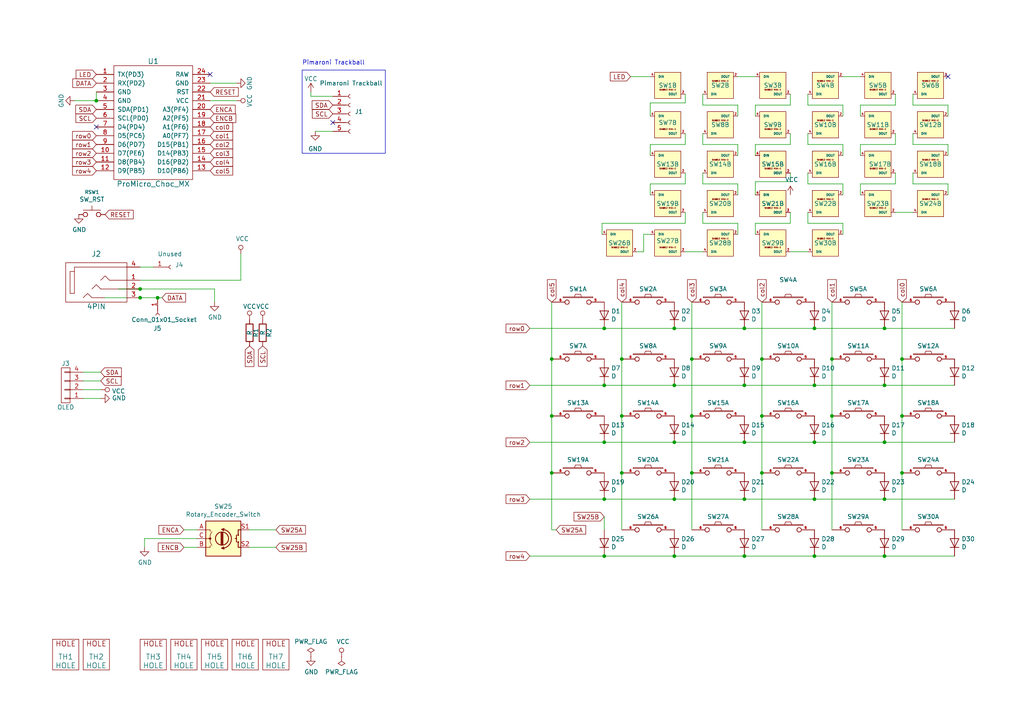
<source format=kicad_sch>
(kicad_sch (version 20230121) (generator eeschema)
  (paper "A4")
  (junction (at 195.58 161.29))
  (junction (at 180.34 120.65))
  (junction (at 220.98 120.65))
  (junction (at 45.72 86.36))
  (junction (at 256.54 111.76))
  (junction (at 160.02 137.16))
  (junction (at 241.3 104.14))
  (junction (at 215.9 144.78))
  (junction (at 236.22 128.27))
  (junction (at 40.64 83.82))
  (junction (at 160.02 104.14))
  (junction (at 195.58 128.27))
  (junction (at 261.62 104.14))
  (junction (at 195.58 111.76))
  (junction (at 195.58 95.25))
  (junction (at 241.3 120.65))
  (junction (at 256.54 128.27))
  (junction (at 236.22 161.29))
  (junction (at 175.26 95.25))
  (junction (at 256.54 161.29))
  (junction (at 256.54 95.25))
  (junction (at 215.9 128.27))
  (junction (at 175.26 128.27))
  (junction (at 261.62 120.65))
  (junction (at 40.64 86.36))
  (junction (at 215.9 111.76))
  (junction (at 200.66 120.65))
  (junction (at 220.98 104.14))
  (junction (at 215.9 95.25))
  (junction (at 175.26 144.78))
  (junction (at 180.34 104.14))
  (junction (at 180.34 137.16))
  (junction (at 241.3 137.16))
  (junction (at 195.58 144.78))
  (junction (at 175.26 161.29))
  (junction (at 215.9 161.29))
  (junction (at 236.22 144.78))
  (junction (at 236.22 111.76))
  (junction (at 220.98 137.16))
  (junction (at 261.62 137.16))
  (junction (at 175.26 111.76))
  (junction (at 256.54 144.78))
  (junction (at 200.66 137.16))
  (junction (at 27.94 29.21))
  (junction (at 236.22 95.25))
  (junction (at 160.02 120.65))
  (junction (at 200.66 104.14))
  (no_connect (at 96.52 35.56))
  (no_connect (at 27.94 36.83))
  (no_connect (at 60.96 21.59))
  (no_connect (at 274.955 22.225))
  (wire (pts (xy 244.475 56.515) (xy 244.475 53.34)))
  (wire (pts (xy 186.69 67.945) (xy 188.595 67.945)))
  (wire (pts (xy 200.66 137.16) (xy 200.66 153.67)))
  (wire (pts (xy 175.26 128.27) (xy 153.67 128.27)))
  (wire (pts (xy 256.54 144.78) (xy 276.86 144.78)))
  (wire (pts (xy 203.835 30.48) (xy 203.835 27.305)))
  (wire (pts (xy 234.315 53.34) (xy 234.315 50.165)))
  (wire (pts (xy 249.555 30.48) (xy 249.555 33.655)))
  (wire (pts (xy 213.995 45.085) (xy 213.995 41.91)))
  (wire (pts (xy 188.595 29.845) (xy 188.595 33.655)))
  (wire (pts (xy 229.235 52.705) (xy 219.075 52.705)))
  (wire (pts (xy 195.58 128.27) (xy 175.26 128.27)))
  (wire (pts (xy 244.475 41.91) (xy 234.315 41.91)))
  (wire (pts (xy 180.34 104.14) (xy 180.34 120.65)))
  (wire (pts (xy 175.26 111.76) (xy 153.67 111.76)))
  (wire (pts (xy 198.755 64.77) (xy 174.625 64.77)))
  (wire (pts (xy 175.26 144.78) (xy 153.67 144.78)))
  (wire (pts (xy 259.715 30.48) (xy 249.555 30.48)))
  (wire (pts (xy 259.715 61.595) (xy 264.795 61.595)))
  (wire (pts (xy 24.13 113.03) (xy 29.21 113.03)))
  (wire (pts (xy 219.075 41.91) (xy 219.075 45.085)))
  (wire (pts (xy 186.69 73.025) (xy 186.69 67.945)))
  (wire (pts (xy 72.39 153.67) (xy 80.01 153.67)))
  (wire (pts (xy 40.64 77.47) (xy 44.45 77.47)))
  (wire (pts (xy 174.625 64.77) (xy 174.625 67.945)))
  (wire (pts (xy 198.755 41.91) (xy 188.595 41.91)))
  (wire (pts (xy 198.755 29.845) (xy 188.595 29.845)))
  (wire (pts (xy 219.075 52.705) (xy 219.075 56.515)))
  (wire (pts (xy 244.475 67.945) (xy 244.475 64.77)))
  (wire (pts (xy 203.835 53.34) (xy 203.835 50.165)))
  (wire (pts (xy 256.54 161.29) (xy 276.86 161.29)))
  (wire (pts (xy 188.595 53.34) (xy 188.595 56.515)))
  (wire (pts (xy 200.66 104.14) (xy 200.66 120.65)))
  (wire (pts (xy 261.62 120.65) (xy 261.62 104.14)))
  (wire (pts (xy 215.9 144.78) (xy 236.22 144.78)))
  (wire (pts (xy 198.755 38.735) (xy 198.755 41.91)))
  (wire (pts (xy 57.15 156.21) (xy 41.91 156.21)))
  (wire (pts (xy 236.22 144.78) (xy 256.54 144.78)))
  (wire (pts (xy 241.3 87.63) (xy 241.3 104.14)))
  (wire (pts (xy 256.54 95.25) (xy 236.22 95.25)))
  (wire (pts (xy 200.66 87.63) (xy 200.66 104.14)))
  (wire (pts (xy 40.64 83.82) (xy 62.23 83.82)))
  (wire (pts (xy 72.39 158.75) (xy 80.01 158.75)))
  (wire (pts (xy 249.555 41.91) (xy 249.555 45.085)))
  (wire (pts (xy 229.235 41.91) (xy 219.075 41.91)))
  (wire (pts (xy 274.955 33.655) (xy 274.955 30.48)))
  (wire (pts (xy 90.17 27.94) (xy 96.52 27.94)))
  (wire (pts (xy 215.9 128.27) (xy 236.22 128.27)))
  (wire (pts (xy 195.58 95.25) (xy 175.26 95.25)))
  (wire (pts (xy 220.98 120.65) (xy 220.98 137.16)))
  (wire (pts (xy 29.21 115.57) (xy 24.13 115.57)))
  (wire (pts (xy 213.995 22.225) (xy 219.075 22.225)))
  (wire (pts (xy 229.235 27.305) (xy 229.235 30.48)))
  (wire (pts (xy 264.795 41.91) (xy 264.795 38.735)))
  (wire (pts (xy 249.555 53.34) (xy 249.555 56.515)))
  (wire (pts (xy 264.795 53.34) (xy 264.795 50.165)))
  (wire (pts (xy 241.3 137.16) (xy 241.3 153.67)))
  (wire (pts (xy 184.785 73.025) (xy 186.69 73.025)))
  (wire (pts (xy 175.26 149.86) (xy 175.26 153.67)))
  (wire (pts (xy 213.995 64.77) (xy 203.835 64.77)))
  (wire (pts (xy 195.58 95.25) (xy 215.9 95.25)))
  (wire (pts (xy 244.475 30.48) (xy 234.315 30.48)))
  (wire (pts (xy 274.955 53.34) (xy 264.795 53.34)))
  (wire (pts (xy 213.995 53.34) (xy 203.835 53.34)))
  (wire (pts (xy 219.075 30.48) (xy 219.075 33.655)))
  (wire (pts (xy 213.995 41.91) (xy 203.835 41.91)))
  (wire (pts (xy 27.94 26.67) (xy 27.94 29.21)))
  (wire (pts (xy 259.715 53.34) (xy 249.555 53.34)))
  (wire (pts (xy 264.795 30.48) (xy 264.795 27.305)))
  (wire (pts (xy 62.23 83.82) (xy 62.23 87.63)))
  (wire (pts (xy 198.755 50.165) (xy 198.755 53.34)))
  (wire (pts (xy 46.99 86.36) (xy 45.72 86.36)))
  (wire (pts (xy 200.66 120.65) (xy 200.66 137.16)))
  (wire (pts (xy 259.715 38.735) (xy 259.715 41.91)))
  (wire (pts (xy 274.955 30.48) (xy 264.795 30.48)))
  (wire (pts (xy 53.34 158.75) (xy 57.15 158.75)))
  (wire (pts (xy 60.96 29.21) (xy 68.58 29.21)))
  (wire (pts (xy 229.235 61.595) (xy 229.235 64.77)))
  (wire (pts (xy 244.475 33.655) (xy 244.475 30.48)))
  (wire (pts (xy 195.58 111.76) (xy 215.9 111.76)))
  (wire (pts (xy 175.26 161.29) (xy 195.58 161.29)))
  (wire (pts (xy 244.475 53.34) (xy 234.315 53.34)))
  (wire (pts (xy 198.755 73.025) (xy 203.835 73.025)))
  (wire (pts (xy 274.955 56.515) (xy 274.955 53.34)))
  (wire (pts (xy 256.54 111.76) (xy 276.86 111.76)))
  (wire (pts (xy 160.02 137.16) (xy 160.02 153.67)))
  (wire (pts (xy 229.235 38.735) (xy 229.235 41.91)))
  (wire (pts (xy 234.315 30.48) (xy 234.315 27.305)))
  (wire (pts (xy 24.13 110.49) (xy 29.21 110.49)))
  (wire (pts (xy 236.22 128.27) (xy 256.54 128.27)))
  (wire (pts (xy 203.835 41.91) (xy 203.835 38.735)))
  (wire (pts (xy 198.755 61.595) (xy 198.755 64.77)))
  (wire (pts (xy 236.22 111.76) (xy 256.54 111.76)))
  (wire (pts (xy 40.64 86.36) (xy 30.48 86.36)))
  (wire (pts (xy 188.595 41.91) (xy 188.595 45.085)))
  (wire (pts (xy 241.3 104.14) (xy 241.3 120.65)))
  (wire (pts (xy 220.98 137.16) (xy 220.98 153.67)))
  (wire (pts (xy 160.02 120.65) (xy 160.02 137.16)))
  (wire (pts (xy 219.075 64.77) (xy 219.075 67.945)))
  (wire (pts (xy 34.29 83.82) (xy 40.64 83.82)))
  (wire (pts (xy 213.995 33.655) (xy 213.995 30.48)))
  (wire (pts (xy 213.995 56.515) (xy 213.995 53.34)))
  (wire (pts (xy 220.98 104.14) (xy 220.98 120.65)))
  (wire (pts (xy 198.755 27.305) (xy 198.755 29.845)))
  (wire (pts (xy 220.98 87.63) (xy 220.98 104.14)))
  (wire (pts (xy 259.715 41.91) (xy 249.555 41.91)))
  (wire (pts (xy 180.34 87.63) (xy 180.34 104.14)))
  (wire (pts (xy 215.9 111.76) (xy 236.22 111.76)))
  (wire (pts (xy 213.995 30.48) (xy 203.835 30.48)))
  (wire (pts (xy 256.54 128.27) (xy 276.86 128.27)))
  (wire (pts (xy 244.475 45.085) (xy 244.475 41.91)))
  (wire (pts (xy 195.58 144.78) (xy 175.26 144.78)))
  (wire (pts (xy 69.85 73.66) (xy 69.85 81.28)))
  (wire (pts (xy 215.9 161.29) (xy 236.22 161.29)))
  (wire (pts (xy 160.02 104.14) (xy 160.02 120.65)))
  (wire (pts (xy 259.715 27.305) (xy 259.715 30.48)))
  (wire (pts (xy 180.34 137.16) (xy 180.34 153.67)))
  (wire (pts (xy 259.715 50.165) (xy 259.715 53.34)))
  (wire (pts (xy 69.85 81.28) (xy 40.64 81.28)))
  (wire (pts (xy 24.13 107.95) (xy 29.21 107.95)))
  (wire (pts (xy 236.22 161.29) (xy 256.54 161.29)))
  (wire (pts (xy 203.835 64.77) (xy 203.835 61.595)))
  (wire (pts (xy 195.58 161.29) (xy 215.9 161.29)))
  (wire (pts (xy 195.58 144.78) (xy 215.9 144.78)))
  (wire (pts (xy 91.44 38.1) (xy 96.52 38.1)))
  (wire (pts (xy 160.02 87.63) (xy 160.02 104.14)))
  (wire (pts (xy 256.54 95.25) (xy 276.86 95.25)))
  (wire (pts (xy 229.235 73.025) (xy 234.315 73.025)))
  (wire (pts (xy 195.58 128.27) (xy 215.9 128.27)))
  (wire (pts (xy 180.34 120.65) (xy 180.34 137.16)))
  (wire (pts (xy 27.94 29.21) (xy 21.59 29.21)))
  (wire (pts (xy 215.9 95.25) (xy 236.22 95.25)))
  (wire (pts (xy 241.3 137.16) (xy 241.3 120.65)))
  (wire (pts (xy 229.235 50.165) (xy 229.235 52.705)))
  (wire (pts (xy 153.67 161.29) (xy 175.26 161.29)))
  (wire (pts (xy 213.995 67.945) (xy 213.995 64.77)))
  (wire (pts (xy 60.96 24.13) (xy 68.58 24.13)))
  (wire (pts (xy 53.34 153.67) (xy 57.15 153.67)))
  (wire (pts (xy 244.475 64.77) (xy 234.315 64.77)))
  (wire (pts (xy 229.235 30.48) (xy 219.075 30.48)))
  (wire (pts (xy 41.91 156.21) (xy 41.91 158.75)))
  (wire (pts (xy 234.315 41.91) (xy 234.315 38.735)))
  (wire (pts (xy 274.955 41.91) (xy 264.795 41.91)))
  (wire (pts (xy 160.02 153.67) (xy 161.29 153.67)))
  (wire (pts (xy 261.62 104.14) (xy 261.62 87.63)))
  (wire (pts (xy 261.62 120.65) (xy 261.62 137.16)))
  (wire (pts (xy 182.88 22.225) (xy 188.595 22.225)))
  (wire (pts (xy 195.58 111.76) (xy 175.26 111.76)))
  (wire (pts (xy 40.64 86.36) (xy 45.72 86.36)))
  (wire (pts (xy 244.475 22.225) (xy 249.555 22.225)))
  (wire (pts (xy 274.955 45.085) (xy 274.955 41.91)))
  (wire (pts (xy 261.62 137.16) (xy 261.62 153.67)))
  (wire (pts (xy 234.315 64.77) (xy 234.315 61.595)))
  (wire (pts (xy 90.17 26.67) (xy 90.17 27.94)))
  (wire (pts (xy 229.235 64.77) (xy 219.075 64.77)))
  (wire (pts (xy 198.755 53.34) (xy 188.595 53.34)))
  (wire (pts (xy 175.26 95.25) (xy 153.67 95.25)))
  (rectangle (start 87.63 20.32) (end 111.76 44.45))
  (text "Pimaroni Trackball\n" (at 87.63 19.05 0) (effects (font (size 1.27 1.27)) (justify left bottom)))
  (global_label "row3" (shape input) (at 27.94 46.99 180) (property "Intersheetrefs" "${INTERSHEET_REFS}" (effects hide)))
  (global_label "row2" (shape input) (at 153.67 128.27 180) (property "Intersheetrefs" "${INTERSHEET_REFS}" (effects hide)))
  (global_label "SW25A" (shape input) (at 161.29 153.67 0) (property "Intersheetrefs" "${INTERSHEET_REFS}" (effects hide)))
  (global_label "col0" (shape input) (at 261.62 87.63 90) (property "Intersheetrefs" "${INTERSHEET_REFS}" (effects hide)))
  (global_label "DATA" (shape input) (at 46.99 86.36 0) (property "Intersheetrefs" "${INTERSHEET_REFS}" (effects hide)))
  (global_label "ENCB" (shape input) (at 60.96 34.29 0) (property "Intersheetrefs" "${INTERSHEET_REFS}" (effects hide)))
  (global_label "RESET" (shape input) (at 60.96 26.67 0) (property "Intersheetrefs" "${INTERSHEET_REFS}" (effects hide)))
  (global_label "col2" (shape input) (at 60.96 41.91 0) (property "Intersheetrefs" "${INTERSHEET_REFS}" (effects hide)))
  (global_label "LED" (shape input) (at 182.88 22.225 180) (property "Intersheetrefs" "${INTERSHEET_REFS}" (effects hide)))
  (global_label "ENCB" (shape input) (at 53.34 158.75 180) (property "Intersheetrefs" "${INTERSHEET_REFS}" (effects hide)))
  (global_label "row4" (shape input) (at 153.67 161.29 180) (property "Intersheetrefs" "${INTERSHEET_REFS}" (effects hide)))
  (global_label "row0" (shape input) (at 153.67 95.25 180) (property "Intersheetrefs" "${INTERSHEET_REFS}" (effects hide)))
  (global_label "col4" (shape input) (at 180.34 87.63 90) (property "Intersheetrefs" "${INTERSHEET_REFS}" (effects hide)))
  (global_label "SCL" (shape input) (at 96.52 33.02 180) (property "Intersheetrefs" "${INTERSHEET_REFS}" (effects hide)))
  (global_label "col2" (shape input) (at 220.98 87.63 90) (property "Intersheetrefs" "${INTERSHEET_REFS}" (effects hide)))
  (global_label "row4" (shape input) (at 27.94 49.53 180) (property "Intersheetrefs" "${INTERSHEET_REFS}" (effects hide)))
  (global_label "SDA" (shape input) (at 96.52 30.48 180) (property "Intersheetrefs" "${INTERSHEET_REFS}" (effects hide)))
  (global_label "row3" (shape input) (at 153.67 144.78 180) (property "Intersheetrefs" "${INTERSHEET_REFS}" (effects hide)))
  (global_label "SCL" (shape input) (at 76.2 100.33 270) (property "Intersheetrefs" "${INTERSHEET_REFS}" (effects hide)))
  (global_label "col5" (shape input) (at 160.02 87.63 90) (property "Intersheetrefs" "${INTERSHEET_REFS}" (effects hide)))
  (global_label "ENCA" (shape input) (at 60.96 31.75 0) (property "Intersheetrefs" "${INTERSHEET_REFS}" (effects hide)))
  (global_label "col1" (shape input) (at 60.96 39.37 0) (property "Intersheetrefs" "${INTERSHEET_REFS}" (effects hide)))
  (global_label "RESET" (shape input) (at 30.48 62.23 0) (property "Intersheetrefs" "${INTERSHEET_REFS}" (effects hide)))
  (global_label "SDA" (shape input) (at 29.21 107.95 0) (property "Intersheetrefs" "${INTERSHEET_REFS}" (effects hide)))
  (global_label "SCL" (shape input) (at 29.21 110.49 0) (property "Intersheetrefs" "${INTERSHEET_REFS}" (effects hide)))
  (global_label "col5" (shape input) (at 60.96 49.53 0) (property "Intersheetrefs" "${INTERSHEET_REFS}" (effects hide)))
  (global_label "DATA" (shape input) (at 27.94 24.13 180) (property "Intersheetrefs" "${INTERSHEET_REFS}" (effects hide)))
  (global_label "ENCA" (shape input) (at 53.34 153.67 180) (property "Intersheetrefs" "${INTERSHEET_REFS}" (effects hide)))
  (global_label "SW25B" (shape input) (at 175.26 149.86 180) (property "Intersheetrefs" "${INTERSHEET_REFS}" (effects hide)))
  (global_label "col4" (shape input) (at 60.96 46.99 0) (property "Intersheetrefs" "${INTERSHEET_REFS}" (effects hide)))
  (global_label "LED" (shape input) (at 27.94 21.59 180) (property "Intersheetrefs" "${INTERSHEET_REFS}" (effects hide)))
  (global_label "SDA" (shape input) (at 27.94 31.75 180) (property "Intersheetrefs" "${INTERSHEET_REFS}" (effects hide)))
  (global_label "col3" (shape input) (at 200.66 87.63 90) (property "Intersheetrefs" "${INTERSHEET_REFS}" (effects hide)))
  (global_label "SW25B" (shape input) (at 80.01 158.75 0) (property "Intersheetrefs" "${INTERSHEET_REFS}" (effects hide)))
  (global_label "SDA" (shape input) (at 72.39 100.33 270) (property "Intersheetrefs" "${INTERSHEET_REFS}" (effects hide)))
  (global_label "col0" (shape input) (at 60.96 36.83 0) (property "Intersheetrefs" "${INTERSHEET_REFS}" (effects hide)))
  (global_label "row2" (shape input) (at 27.94 44.45 180) (property "Intersheetrefs" "${INTERSHEET_REFS}" (effects hide)))
  (global_label "row1" (shape input) (at 153.67 111.76 180) (property "Intersheetrefs" "${INTERSHEET_REFS}" (effects hide)))
  (global_label "row0" (shape input) (at 27.94 39.37 180) (property "Intersheetrefs" "${INTERSHEET_REFS}" (effects hide)))
  (global_label "col3" (shape input) (at 60.96 44.45 0) (property "Intersheetrefs" "${INTERSHEET_REFS}" (effects hide)))
  (global_label "row1" (shape input) (at 27.94 41.91 180) (property "Intersheetrefs" "${INTERSHEET_REFS}" (effects hide)))
  (global_label "SW25A" (shape input) (at 80.01 153.67 0) (property "Intersheetrefs" "${INTERSHEET_REFS}" (effects hide)))
  (global_label "SCL" (shape input) (at 27.94 34.29 180) (property "Intersheetrefs" "${INTERSHEET_REFS}" (effects hide)))
  (global_label "col1" (shape input) (at 241.3 87.63 90) (property "Intersheetrefs" "${INTERSHEET_REFS}" (effects hide)))
  (symbol (lib_id "SofleKeyboard-rescue:ProMicro_2-Lily58-cache-Lily58_Pro-rescue") (at 44.45 35.56 0) (unit 1)
    (property "Reference" "U1" (at 44.45 17.78 0) (effects (font (size 1.524 1.524))))
    (property "Value" "ProMicro_Choc_MX" (at 44.45 53.34 0) (effects (font (size 1.524 1.524))))
    (property "Footprint" "SofleChoc:ProMicro_Choc_MX" (effects hide))
  )
  (symbol (lib_id "SofleKeyboard:SW_PUSH_LED") (at 187.96 153.67 0) (unit 1)
    (property "Reference" "SW26" (at 187.96 149.86 0))
    (property "Value" "SW_PUSH_LED" (effects hide))
    (property "Footprint" "SofleChoc:Choc_MX_Hotswap_SK6812MiniE" (effects hide))
  )
  (symbol (lib_id "SofleKeyboard:SW_PUSH_LED") (at 167.64 87.63 0) (unit 1)
    (property "Reference" "SW1" (at 167.64 83.82 0))
    (property "Value" "SW_PUSH_LED" (effects hide))
    (property "Footprint" "SofleChoc:Choc_MX_Hotswap_SK6812MiniE" (effects hide))
  )
  (symbol (lib_id "SofleKeyboard-rescue:D-Lily58-cache-Lily58_Pro-rescue") (at 175.26 91.44 90) (unit 1)
    (property "Reference" "D1" (at 177.2666 90.2716 90) (effects (justify right)))
    (property "Value" "D" (at 177.2666 92.583 90) (effects (justify right)))
    (property "Footprint" "SofleChoc:D_SOD-123_DO-35_Hybrid_DoubleSided" (effects hide))
  )
  (symbol (lib_id "SofleKeyboard:SW_PUSH_LED") (at 187.96 87.63 0) (unit 1)
    (property "Reference" "SW2" (at 187.96 83.82 0))
    (property "Value" "SW_PUSH_LED" (effects hide))
    (property "Footprint" "SofleChoc:Choc_MX_Hotswap_SK6812MiniE" (effects hide))
  )
  (symbol (lib_id "SofleKeyboard-rescue:D-Lily58-cache-Lily58_Pro-rescue") (at 195.58 91.44 90) (unit 1)
    (property "Reference" "D2" (at 197.5866 90.2716 90) (effects (justify right)))
    (property "Value" "D" (at 197.5866 92.583 90) (effects (justify right)))
    (property "Footprint" "SofleChoc:D_SOD-123_DO-35_Hybrid_DoubleSided" (effects hide))
  )
  (symbol (lib_id "SofleKeyboard:SW_PUSH_LED") (at 208.28 87.63 0) (unit 1)
    (property "Reference" "SW3" (at 208.28 83.82 0))
    (property "Value" "SW_PUSH_LED" (effects hide))
    (property "Footprint" "SofleChoc:Choc_MX_Hotswap_SK6812MiniE" (effects hide))
  )
  (symbol (lib_id "SofleKeyboard-rescue:D-Lily58-cache-Lily58_Pro-rescue") (at 215.9 91.44 90) (unit 1)
    (property "Reference" "D3" (at 217.9066 90.2716 90) (effects (justify right)))
    (property "Value" "D" (at 217.9066 92.583 90) (effects (justify right)))
    (property "Footprint" "SofleChoc:D_SOD-123_DO-35_Hybrid_DoubleSided" (effects hide))
  )
  (symbol (lib_id "SofleKeyboard:SW_PUSH_LED") (at 228.6 87.63 0) (unit 1)
    (property "Reference" "SW4" (at 228.6 81.153 0))
    (property "Value" "SW_PUSH_LED" (effects hide))
    (property "Footprint" "SofleChoc:Choc_MX_Hotswap_SK6812MiniE" (effects hide))
  )
  (symbol (lib_id "SofleKeyboard-rescue:D-Lily58-cache-Lily58_Pro-rescue") (at 236.22 91.44 90) (unit 1)
    (property "Reference" "D4" (at 238.2266 90.2716 90) (effects (justify right)))
    (property "Value" "D" (at 238.2266 92.583 90) (effects (justify right)))
    (property "Footprint" "SofleChoc:D_SOD-123_DO-35_Hybrid_DoubleSided" (effects hide))
  )
  (symbol (lib_id "SofleKeyboard:SW_PUSH_LED") (at 248.92 87.63 0) (unit 1)
    (property "Reference" "SW5" (at 248.92 83.82 0))
    (property "Value" "SW_PUSH_LED" (effects hide))
    (property "Footprint" "SofleChoc:Choc_MX_Hotswap_SK6812MiniE" (effects hide))
  )
  (symbol (lib_id "SofleKeyboard-rescue:D-Lily58-cache-Lily58_Pro-rescue") (at 256.54 91.44 90) (unit 1)
    (property "Reference" "D5" (at 258.5466 90.2716 90) (effects (justify right)))
    (property "Value" "D" (at 258.5466 92.583 90) (effects (justify right)))
    (property "Footprint" "SofleChoc:D_SOD-123_DO-35_Hybrid_DoubleSided" (effects hide))
  )
  (symbol (lib_id "SofleKeyboard:SW_PUSH_LED") (at 269.24 87.63 0) (unit 1)
    (property "Reference" "SW6" (at 269.24 83.82 0))
    (property "Value" "SW_PUSH_LED" (effects hide))
    (property "Footprint" "SofleChoc:Choc_MX_Hotswap_SK6812MiniE" (effects hide))
  )
  (symbol (lib_id "SofleKeyboard-rescue:D-Lily58-cache-Lily58_Pro-rescue") (at 276.86 91.44 90) (unit 1)
    (property "Reference" "D6" (at 278.8666 90.2716 90) (effects (justify right)))
    (property "Value" "D" (at 278.8666 92.583 90) (effects (justify right)))
    (property "Footprint" "SofleChoc:D_SOD-123_DO-35_Hybrid_DoubleSided" (effects hide))
  )
  (symbol (lib_id "SofleKeyboard:SW_PUSH_LED") (at 187.96 104.14 0) (unit 1)
    (property "Reference" "SW8" (at 187.96 100.33 0))
    (property "Value" "SW_PUSH_LED" (effects hide))
    (property "Footprint" "SofleChoc:Choc_MX_Hotswap_SK6812MiniE" (effects hide))
  )
  (symbol (lib_id "SofleKeyboard:SW_PUSH_LED") (at 208.28 104.14 0) (unit 1)
    (property "Reference" "SW9" (at 208.28 100.33 0))
    (property "Value" "SW_PUSH_LED" (effects hide))
    (property "Footprint" "SofleChoc:Choc_MX_Hotswap_SK6812MiniE" (effects hide))
  )
  (symbol (lib_id "SofleKeyboard:SW_PUSH_LED") (at 228.6 104.14 0) (unit 1)
    (property "Reference" "SW10" (at 228.6 100.33 0))
    (property "Value" "SW_PUSH_LED" (effects hide))
    (property "Footprint" "SofleChoc:Choc_MX_Hotswap_SK6812MiniE" (effects hide))
  )
  (symbol (lib_id "SofleKeyboard:SW_PUSH_LED") (at 248.92 104.14 0) (unit 1)
    (property "Reference" "SW11" (at 248.92 100.33 0))
    (property "Value" "SW_PUSH_LED" (effects hide))
    (property "Footprint" "SofleChoc:Choc_MX_Hotswap_SK6812MiniE" (effects hide))
  )
  (symbol (lib_id "SofleKeyboard:SW_PUSH_LED") (at 269.24 104.14 0) (unit 1)
    (property "Reference" "SW12" (at 269.24 100.33 0))
    (property "Value" "SW_PUSH_LED" (effects hide))
    (property "Footprint" "SofleChoc:Choc_MX_Hotswap_SK6812MiniE" (effects hide))
  )
  (symbol (lib_id "SofleKeyboard:SW_PUSH_LED") (at 167.64 104.14 0) (unit 1)
    (property "Reference" "SW7" (at 167.64 100.33 0))
    (property "Value" "SW_PUSH_LED" (effects hide))
    (property "Footprint" "SofleChoc:Choc_MX_Hotswap_SK6812MiniE" (effects hide))
  )
  (symbol (lib_id "SofleKeyboard-rescue:D-Lily58-cache-Lily58_Pro-rescue") (at 175.26 107.95 90) (unit 1)
    (property "Reference" "D7" (at 177.2666 106.7816 90) (effects (justify right)))
    (property "Value" "D" (at 177.2666 109.093 90) (effects (justify right)))
    (property "Footprint" "SofleChoc:D_SOD-123_DO-35_Hybrid_DoubleSided" (effects hide))
  )
  (symbol (lib_id "SofleKeyboard-rescue:D-Lily58-cache-Lily58_Pro-rescue") (at 195.58 107.95 90) (unit 1)
    (property "Reference" "D8" (at 197.5866 106.7816 90) (effects (justify right)))
    (property "Value" "D" (at 197.5866 109.093 90) (effects (justify right)))
    (property "Footprint" "SofleChoc:D_SOD-123_DO-35_Hybrid_DoubleSided" (effects hide))
  )
  (symbol (lib_id "SofleKeyboard-rescue:D-Lily58-cache-Lily58_Pro-rescue") (at 215.9 107.95 90) (unit 1)
    (property "Reference" "D9" (at 217.9066 106.7816 90) (effects (justify right)))
    (property "Value" "D" (at 217.9066 109.093 90) (effects (justify right)))
    (property "Footprint" "SofleChoc:D_SOD-123_DO-35_Hybrid_DoubleSided" (effects hide))
  )
  (symbol (lib_id "SofleKeyboard-rescue:D-Lily58-cache-Lily58_Pro-rescue") (at 236.22 107.95 90) (unit 1)
    (property "Reference" "D10" (at 238.2266 106.7816 90) (effects (justify right)))
    (property "Value" "D" (at 238.2266 109.093 90) (effects (justify right)))
    (property "Footprint" "SofleChoc:D_SOD-123_DO-35_Hybrid_DoubleSided" (effects hide))
  )
  (symbol (lib_id "SofleKeyboard-rescue:D-Lily58-cache-Lily58_Pro-rescue") (at 256.54 107.95 90) (unit 1)
    (property "Reference" "D11" (at 258.5466 106.7816 90) (effects (justify right)))
    (property "Value" "D" (at 258.5466 109.093 90) (effects (justify right)))
    (property "Footprint" "SofleChoc:D_SOD-123_DO-35_Hybrid_DoubleSided" (effects hide))
  )
  (symbol (lib_id "SofleKeyboard-rescue:D-Lily58-cache-Lily58_Pro-rescue") (at 276.86 107.95 90) (unit 1)
    (property "Reference" "D12" (at 278.8666 106.7816 90) (effects (justify right)))
    (property "Value" "D" (at 278.8666 109.093 90) (effects (justify right)))
    (property "Footprint" "SofleChoc:D_SOD-123_DO-35_Hybrid_DoubleSided" (effects hide))
  )
  (symbol (lib_id "SofleKeyboard:SW_PUSH_LED") (at 167.64 120.65 0) (unit 1)
    (property "Reference" "SW13" (at 167.64 116.84 0))
    (property "Value" "SW_PUSH_LED" (effects hide))
    (property "Footprint" "SofleChoc:Choc_MX_Hotswap_SK6812MiniE" (effects hide))
  )
  (symbol (lib_id "SofleKeyboard:SW_PUSH_LED") (at 187.96 120.65 0) (unit 1)
    (property "Reference" "SW14" (at 187.96 116.84 0))
    (property "Value" "SW_PUSH_LED" (effects hide))
    (property "Footprint" "SofleChoc:Choc_MX_Hotswap_SK6812MiniE" (effects hide))
  )
  (symbol (lib_id "SofleKeyboard:SW_PUSH_LED") (at 208.28 120.65 0) (unit 1)
    (property "Reference" "SW15" (at 208.28 116.84 0))
    (property "Value" "SW_PUSH_LED" (effects hide))
    (property "Footprint" "SofleChoc:Choc_MX_Hotswap_SK6812MiniE" (effects hide))
  )
  (symbol (lib_id "SofleKeyboard:SW_PUSH_LED") (at 228.6 120.65 0) (unit 1)
    (property "Reference" "SW16" (at 228.6 116.84 0))
    (property "Value" "SW_PUSH_LED" (effects hide))
    (property "Footprint" "SofleChoc:Choc_MX_Hotswap_SK6812MiniE" (effects hide))
  )
  (symbol (lib_id "SofleKeyboard:SW_PUSH_LED") (at 248.92 120.65 0) (unit 1)
    (property "Reference" "SW17" (at 248.92 116.84 0))
    (property "Value" "SW_PUSH_LED" (effects hide))
    (property "Footprint" "SofleChoc:Choc_MX_Hotswap_SK6812MiniE" (effects hide))
  )
  (symbol (lib_id "SofleKeyboard:SW_PUSH_LED") (at 269.24 120.65 0) (unit 1)
    (property "Reference" "SW18" (at 269.24 116.84 0))
    (property "Value" "SW_PUSH_LED" (effects hide))
    (property "Footprint" "SofleChoc:Choc_MX_Hotswap_SK6812MiniE" (effects hide))
  )
  (symbol (lib_id "SofleKeyboard-rescue:D-Lily58-cache-Lily58_Pro-rescue") (at 175.26 124.46 90) (unit 1)
    (property "Reference" "D13" (at 177.2666 123.2916 90) (effects (justify right)))
    (property "Value" "D" (at 177.2666 125.603 90) (effects (justify right)))
    (property "Footprint" "SofleChoc:D_SOD-123_DO-35_Hybrid_DoubleSided" (effects hide))
  )
  (symbol (lib_id "SofleKeyboard-rescue:D-Lily58-cache-Lily58_Pro-rescue") (at 195.58 124.46 90) (unit 1)
    (property "Reference" "D14" (at 197.5866 123.2916 90) (effects (justify right)))
    (property "Value" "D" (at 197.5866 125.603 90) (effects (justify right)))
    (property "Footprint" "SofleChoc:D_SOD-123_DO-35_Hybrid_DoubleSided" (effects hide))
  )
  (symbol (lib_id "SofleKeyboard-rescue:D-Lily58-cache-Lily58_Pro-rescue") (at 215.9 124.46 90) (unit 1)
    (property "Reference" "D15" (at 217.9066 123.2916 90) (effects (justify right)))
    (property "Value" "D" (at 217.9066 125.603 90) (effects (justify right)))
    (property "Footprint" "SofleChoc:D_SOD-123_DO-35_Hybrid_DoubleSided" (effects hide))
  )
  (symbol (lib_id "SofleKeyboard-rescue:D-Lily58-cache-Lily58_Pro-rescue") (at 236.22 124.46 90) (unit 1)
    (property "Reference" "D16" (at 238.2266 123.2916 90) (effects (justify right)))
    (property "Value" "D" (at 238.2266 125.603 90) (effects (justify right)))
    (property "Footprint" "SofleChoc:D_SOD-123_DO-35_Hybrid_DoubleSided" (effects hide))
  )
  (symbol (lib_id "SofleKeyboard-rescue:D-Lily58-cache-Lily58_Pro-rescue") (at 256.54 124.46 90) (unit 1)
    (property "Reference" "D17" (at 258.5466 123.2916 90) (effects (justify right)))
    (property "Value" "D" (at 258.5466 125.603 90) (effects (justify right)))
    (property "Footprint" "SofleChoc:D_SOD-123_DO-35_Hybrid_DoubleSided" (effects hide))
  )
  (symbol (lib_id "SofleKeyboard-rescue:D-Lily58-cache-Lily58_Pro-rescue") (at 276.86 124.46 90) (unit 1)
    (property "Reference" "D18" (at 278.8666 123.2916 90) (effects (justify right)))
    (property "Value" "D" (at 278.8666 125.603 90) (effects (justify right)))
    (property "Footprint" "SofleChoc:D_SOD-123_DO-35_Hybrid_DoubleSided" (effects hide))
  )
  (symbol (lib_id "SofleKeyboard:SW_PUSH_LED") (at 208.28 137.16 0) (unit 1)
    (property "Reference" "SW21" (at 208.28 133.35 0))
    (property "Value" "SW_PUSH_LED" (effects hide))
    (property "Footprint" "SofleChoc:Choc_MX_Hotswap_SK6812MiniE" (effects hide))
  )
  (symbol (lib_id "SofleKeyboard:SW_PUSH_LED") (at 228.6 137.16 0) (unit 1)
    (property "Reference" "SW22" (at 228.6 133.35 0))
    (property "Value" "SW_PUSH_LED" (effects hide))
    (property "Footprint" "SofleChoc:Choc_MX_Hotswap_SK6812MiniE" (effects hide))
  )
  (symbol (lib_id "SofleKeyboard:SW_PUSH_LED") (at 248.92 137.16 0) (unit 1)
    (property "Reference" "SW23" (at 248.92 133.35 0))
    (property "Value" "SW_PUSH_LED" (effects hide))
    (property "Footprint" "SofleChoc:Choc_MX_Hotswap_SK6812MiniE" (effects hide))
  )
  (symbol (lib_id "SofleKeyboard:SW_PUSH_LED") (at 269.24 137.16 0) (unit 1)
    (property "Reference" "SW24" (at 269.24 133.35 0))
    (property "Value" "SW_PUSH_LED" (effects hide))
    (property "Footprint" "SofleChoc:Choc_MX_Hotswap_SK6812MiniE" (effects hide))
  )
  (symbol (lib_id "SofleKeyboard:SW_PUSH_LED") (at 187.96 137.16 0) (unit 1)
    (property "Reference" "SW20" (at 187.96 133.35 0))
    (property "Value" "SW_PUSH_LED" (effects hide))
    (property "Footprint" "SofleChoc:Choc_MX_Hotswap_SK6812MiniE" (effects hide))
  )
  (symbol (lib_id "SofleKeyboard:SW_PUSH_LED") (at 167.64 137.16 0) (unit 1)
    (property "Reference" "SW19" (at 167.64 133.35 0))
    (property "Value" "SW_PUSH_LED" (effects hide))
    (property "Footprint" "SofleChoc:Choc_MX_Hotswap_SK6812MiniE" (effects hide))
  )
  (symbol (lib_id "SofleKeyboard-rescue:D-Lily58-cache-Lily58_Pro-rescue") (at 175.26 140.97 90) (unit 1)
    (property "Reference" "D19" (at 177.2666 139.8016 90) (effects (justify right)))
    (property "Value" "D" (at 177.2666 142.113 90) (effects (justify right)))
    (property "Footprint" "SofleChoc:D_SOD-123_DO-35_Hybrid_DoubleSided" (effects hide))
  )
  (symbol (lib_id "SofleKeyboard-rescue:D-Lily58-cache-Lily58_Pro-rescue") (at 195.58 140.97 90) (unit 1)
    (property "Reference" "D20" (at 197.5866 139.8016 90) (effects (justify right)))
    (property "Value" "D" (at 197.5866 142.113 90) (effects (justify right)))
    (property "Footprint" "SofleChoc:D_SOD-123_DO-35_Hybrid_DoubleSided" (effects hide))
  )
  (symbol (lib_id "SofleKeyboard-rescue:D-Lily58-cache-Lily58_Pro-rescue") (at 215.9 140.97 90) (unit 1)
    (property "Reference" "D21" (at 217.9066 139.8016 90) (effects (justify right)))
    (property "Value" "D" (at 217.9066 142.113 90) (effects (justify right)))
    (property "Footprint" "SofleChoc:D_SOD-123_DO-35_Hybrid_DoubleSided" (effects hide))
  )
  (symbol (lib_id "SofleKeyboard-rescue:D-Lily58-cache-Lily58_Pro-rescue") (at 236.22 140.97 90) (unit 1)
    (property "Reference" "D22" (at 238.2266 139.8016 90) (effects (justify right)))
    (property "Value" "D" (at 238.2266 142.113 90) (effects (justify right)))
    (property "Footprint" "SofleChoc:D_SOD-123_DO-35_Hybrid_DoubleSided" (effects hide))
  )
  (symbol (lib_id "SofleKeyboard-rescue:D-Lily58-cache-Lily58_Pro-rescue") (at 256.54 140.97 90) (unit 1)
    (property "Reference" "D23" (at 258.5466 139.8016 90) (effects (justify right)))
    (property "Value" "D" (at 258.5466 142.113 90) (effects (justify right)))
    (property "Footprint" "SofleChoc:D_SOD-123_DO-35_Hybrid_DoubleSided" (effects hide))
  )
  (symbol (lib_id "SofleKeyboard-rescue:D-Lily58-cache-Lily58_Pro-rescue") (at 276.86 140.97 90) (unit 1)
    (property "Reference" "D24" (at 278.8666 139.8016 90) (effects (justify right)))
    (property "Value" "D" (at 278.8666 142.113 90) (effects (justify right)))
    (property "Footprint" "SofleChoc:D_SOD-123_DO-35_Hybrid_DoubleSided" (effects hide))
  )
  (symbol (lib_id "SofleKeyboard:SW_PUSH_LED") (at 208.28 153.67 0) (unit 1)
    (property "Reference" "SW27" (at 208.28 149.86 0))
    (property "Value" "SW_PUSH_LED" (effects hide))
    (property "Footprint" "SofleChoc:Choc_MX_Hotswap_SK6812MiniE" (effects hide))
  )
  (symbol (lib_id "SofleKeyboard:SW_PUSH_LED") (at 228.6 153.67 0) (unit 1)
    (property "Reference" "SW28" (at 228.6 149.86 0))
    (property "Value" "SW_PUSH_LED" (effects hide))
    (property "Footprint" "SofleChoc:Choc_MX_Hotswap_SK6812MiniE" (effects hide))
  )
  (symbol (lib_id "SofleKeyboard:SW_PUSH_LED") (at 248.92 153.67 0) (unit 1)
    (property "Reference" "SW29" (at 248.92 149.86 0))
    (property "Value" "SW_PUSH_LED" (effects hide))
    (property "Footprint" "SofleChoc:Choc_MX_Hotswap_SK6812MiniE" (effects hide))
  )
  (symbol (lib_id "SofleKeyboard-rescue:D-Lily58-cache-Lily58_Pro-rescue") (at 175.26 157.48 90) (unit 1)
    (property "Reference" "D25" (at 177.2666 156.3116 90) (effects (justify right)))
    (property "Value" "D" (at 177.2666 158.623 90) (effects (justify right)))
    (property "Footprint" "SofleChoc:D_SOD-123_DO-35_Hybrid_DoubleSided" (effects hide))
  )
  (symbol (lib_id "SofleKeyboard-rescue:D-Lily58-cache-Lily58_Pro-rescue") (at 195.58 157.48 90) (unit 1)
    (property "Reference" "D26" (at 197.5866 156.3116 90) (effects (justify right)))
    (property "Value" "D" (at 197.5866 158.623 90) (effects (justify right)))
    (property "Footprint" "SofleChoc:D_SOD-123_DO-35_Hybrid_DoubleSided" (effects hide))
  )
  (symbol (lib_id "SofleKeyboard-rescue:D-Lily58-cache-Lily58_Pro-rescue") (at 215.9 157.48 90) (unit 1)
    (property "Reference" "D27" (at 217.9066 156.3116 90) (effects (justify right)))
    (property "Value" "D" (at 217.9066 158.623 90) (effects (justify right)))
    (property "Footprint" "SofleChoc:D_SOD-123_DO-35_Hybrid_DoubleSided" (effects hide))
  )
  (symbol (lib_id "SofleKeyboard-rescue:D-Lily58-cache-Lily58_Pro-rescue") (at 236.22 157.48 90) (unit 1)
    (property "Reference" "D28" (at 238.2266 156.3116 90) (effects (justify right)))
    (property "Value" "D" (at 238.2266 158.623 90) (effects (justify right)))
    (property "Footprint" "SofleChoc:D_SOD-123_DO-35_Hybrid_DoubleSided" (effects hide))
  )
  (symbol (lib_id "SofleKeyboard-rescue:D-Lily58-cache-Lily58_Pro-rescue") (at 256.54 157.48 90) (unit 1)
    (property "Reference" "D29" (at 258.5466 156.3116 90) (effects (justify right)))
    (property "Value" "D" (at 258.5466 158.623 90) (effects (justify right)))
    (property "Footprint" "SofleChoc:D_SOD-123_DO-35_Hybrid_DoubleSided" (effects hide))
  )
  (symbol (lib_id "SofleKeyboard-rescue:VCC-Lily58-cache-Lily58_Pro-rescue") (at 68.58 29.21 270) (unit 1)
    (property "Reference" "#PWR04" (effects hide))
    (property "Value" "VCC" (at 72.39 29.21 0))
  )
  (symbol (lib_id "SofleKeyboard-rescue:VCC-Lily58-cache-Lily58_Pro-rescue") (at 72.39 92.71 0) (unit 1)
    (property "Reference" "#PWR05" (effects hide))
    (property "Value" "VCC" (at 72.39 88.9 0))
  )
  (symbol (lib_id "SofleKeyboard-rescue:VCC-Lily58-cache-Lily58_Pro-rescue") (at 76.2 92.71 0) (unit 1)
    (property "Reference" "#PWR06" (effects hide))
    (property "Value" "VCC" (at 76.2 88.9 0))
  )
  (symbol (lib_id "SofleKeyboard-rescue:R-Lily58-cache-Lily58_Pro-rescue") (at 72.39 96.52 0) (unit 1)
    (property "Reference" "R1" (at 74.93 96.52 90) (effects (justify bottom)))
    (property "Value" "R" (at 72.39 96.52 90))
    (property "Footprint" "SofleChoc:R_I2C_bus" (effects hide))
  )
  (symbol (lib_id "SofleKeyboard-rescue:R-Lily58-cache-Lily58_Pro-rescue") (at 76.2 96.52 0) (unit 1)
    (property "Reference" "R2" (at 78.74 96.52 90) (effects (justify bottom)))
    (property "Value" "R" (at 76.2 96.52 90))
    (property "Footprint" "SofleChoc:R_I2C_bus" (effects hide))
  )
  (symbol (lib_id "SofleKeyboard-rescue:MJ-4PP-9-Lily58-cache-Lily58_Pro-rescue") (at 29.21 81.28 0) (unit 1)
    (property "Reference" "J2" (at 27.94 73.66 0) (effects (font (size 1.524 1.524))))
    (property "Value" "4PIN" (at 27.94 88.9 0) (effects (font (size 1.524 1.524))))
    (property "Footprint" "SofleChoc:MJ-4PP-9_Choc_MX" (effects hide))
  )
  (symbol (lib_id "SofleKeyboard-rescue:GND-Lily58-cache-Lily58_Pro-rescue") (at 22.86 62.23 0) (unit 1)
    (property "Reference" "#PWR010" (effects hide))
    (property "Value" "GND" (at 22.987 66.6242 0))
  )
  (symbol (lib_id "SofleKeyboard-rescue:PWR_FLAG-Lily58-cache-Lily58_Pro-rescue") (at 90.17 190.5 0) (unit 1)
    (property "Reference" "#FLG01" (effects hide))
    (property "Value" "PWR_FLAG" (at 90.17 186.0804 0))
  )
  (symbol (lib_id "SofleKeyboard-rescue:GND-Lily58-cache-Lily58_Pro-rescue") (at 90.17 190.5 0) (unit 1)
    (property "Reference" "#PWR012" (effects hide))
    (property "Value" "GND" (at 90.297 194.8942 0))
  )
  (symbol (lib_id "SofleKeyboard-rescue:VCC-Lily58-cache-Lily58_Pro-rescue") (at 99.06 190.5 0) (unit 1)
    (property "Reference" "#PWR013" (effects hide))
    (property "Value" "VCC" (at 99.4918 186.1058 0))
  )
  (symbol (lib_id "SofleKeyboard-rescue:PWR_FLAG-Lily58-cache-Lily58_Pro-rescue") (at 99.06 190.5 180) (unit 1)
    (property "Reference" "#FLG02" (effects hide))
    (property "Value" "PWR_FLAG" (at 99.06 194.8942 0))
  )
  (symbol (lib_id "SofleKeyboard-rescue:HOLE-Lily58-cache-Lily58_Pro-rescue") (at 19.05 190.5 0) (unit 1)
    (property "Reference" "TH1" (at 19.05 190.5 0) (effects (font (size 1.524 1.524))))
    (property "Value" "HOLE" (at 19.05 193.04 0) (effects (font (size 1.524 1.524))))
    (property "Footprint" "SofleKeyboard-footprint:M2_HOLE_PCB" (effects hide))
  )
  (symbol (lib_id "SofleKeyboard-rescue:HOLE-Lily58-cache-Lily58_Pro-rescue") (at 27.94 190.5 0) (unit 1)
    (property "Reference" "TH2" (at 27.94 190.5 0) (effects (font (size 1.524 1.524))))
    (property "Value" "HOLE" (at 27.94 193.04 0) (effects (font (size 1.524 1.524))))
    (property "Footprint" "SofleKeyboard-footprint:M2_HOLE_PCB" (effects hide))
  )
  (symbol (lib_id "SofleKeyboard-rescue:HOLE-Lily58-cache-Lily58_Pro-rescue") (at 53.34 190.5 0) (unit 1)
    (property "Reference" "TH4" (at 53.34 190.5 0) (effects (font (size 1.524 1.524))))
    (property "Value" "HOLE" (at 53.34 193.04 0) (effects (font (size 1.524 1.524))))
    (property "Footprint" "SofleKeyboard-footprint:HOLE_M2_TH" (effects hide))
  )
  (symbol (lib_id "SofleKeyboard-rescue:HOLE-Lily58-cache-Lily58_Pro-rescue") (at 62.23 190.5 0) (unit 1)
    (property "Reference" "TH5" (at 62.23 190.5 0) (effects (font (size 1.524 1.524))))
    (property "Value" "HOLE" (at 62.23 193.04 0) (effects (font (size 1.524 1.524))))
    (property "Footprint" "SofleKeyboard-footprint:HOLE_M2_TH" (effects hide))
  )
  (symbol (lib_id "SofleKeyboard-rescue:HOLE-Lily58-cache-Lily58_Pro-rescue") (at 71.12 190.5 0) (unit 1)
    (property "Reference" "TH6" (at 71.12 190.5 0) (effects (font (size 1.524 1.524))))
    (property "Value" "HOLE" (at 71.12 193.04 0) (effects (font (size 1.524 1.524))))
    (property "Footprint" "SofleKeyboard-footprint:HOLE_M2_TH" (effects hide))
  )
  (symbol (lib_id "SofleKeyboard-rescue:HOLE-Lily58-cache-Lily58_Pro-rescue") (at 80.01 190.5 0) (unit 1)
    (property "Reference" "TH7" (at 80.01 190.5 0) (effects (font (size 1.524 1.524))))
    (property "Value" "HOLE" (at 80.01 193.04 0) (effects (font (size 1.524 1.524))))
    (property "Footprint" "SofleKeyboard-footprint:HOLE_M2_TH" (effects hide))
  )
  (symbol (lib_id "SofleKeyboard-rescue:HOLE-Lily58-cache-Lily58_Pro-rescue") (at 44.45 190.5 0) (unit 1)
    (property "Reference" "TH3" (at 44.45 190.5 0) (effects (font (size 1.524 1.524))))
    (property "Value" "HOLE" (at 44.45 193.04 0) (effects (font (size 1.524 1.524))))
    (property "Footprint" "SofleKeyboard-footprint:HOLE_M2_TH" (effects hide))
  )
  (symbol (lib_id "SofleKeyboard-rescue:GND-Lily58-cache-Lily58_Pro-rescue") (at 68.58 24.13 90) (unit 1)
    (property "Reference" "#PWR0101" (effects hide))
    (property "Value" "GND" (at 72.39 24.13 0))
  )
  (symbol (lib_id "SofleKeyboard-rescue:GND-Lily58-cache-Lily58_Pro-rescue") (at 21.59 29.21 270) (unit 1)
    (property "Reference" "#PWR0102" (effects hide))
    (property "Value" "GND" (at 17.78 29.21 0))
  )
  (symbol (lib_id "SofleKeyboard-rescue:SW_RST-Lily58-cache-Lily58_Pro-rescue") (at 26.67 62.23 0) (unit 1)
    (property "Reference" "RSW1" (at 26.67 55.7276 0) (effects (font (size 1.016 1.016))))
    (property "Value" "SW_RST" (at 26.67 57.8358 0))
    (property "Footprint" "SofleKeyboard-footprint:TACT_SWITCH_TVBP06" (effects hide))
  )
  (symbol (lib_id "SofleKeyboard-rescue:GND-power") (at 62.23 87.63 0) (unit 1)
    (property "Reference" "#PWR02" (effects hide))
    (property "Value" "GND" (at 62.357 92.0242 0))
  )
  (symbol (lib_id "SofleKeyboard-rescue:VCC-power") (at 69.85 73.66 0) (unit 1)
    (property "Reference" "#PWR01" (effects hide))
    (property "Value" "VCC" (at 70.2818 69.2658 0))
  )
  (symbol (lib_id "SofleKeyboard-rescue:OLED-Lily58-cache-Lily58_Pro-rescue") (at 19.05 111.76 180) (unit 1)
    (property "Reference" "J3" (at 19.05 105.41 0))
    (property "Value" "OLED" (at 19.05 118.11 0))
    (property "Footprint" "SofleChoc:OLED_4Pin_Choc_MX" (effects hide))
  )
  (symbol (lib_id "SofleKeyboard:SW_PUSH_LED") (at 269.24 153.67 0) (unit 1)
    (property "Reference" "SW30" (at 269.24 149.86 0))
    (property "Value" "SW_PUSH_LED" (effects hide))
    (property "Footprint" "SofleChoc:Choc_MX_Hotswap_SK6812MiniE" (effects hide))
  )
  (symbol (lib_id "SofleKeyboard-rescue:D-Lily58-cache-Lily58_Pro-rescue") (at 276.86 157.48 90) (unit 1)
    (property "Reference" "D30" (at 278.8666 156.3116 90) (effects (justify right)))
    (property "Value" "D" (at 278.8666 158.623 90) (effects (justify right)))
    (property "Footprint" "SofleChoc:D_SOD-123_DO-35_Hybrid_DoubleSided" (effects hide))
  )
  (symbol (lib_id "SofleKeyboard-rescue:Rotary_Encoder_Switch-Device") (at 64.77 156.21 0) (unit 1)
    (property "Reference" "SW25" (at 64.77 146.8882 0))
    (property "Value" "Rotary_Encoder_Switch" (at 64.77 149.1996 0))
    (property "Footprint" "SofleKeyboard-footprint:RotaryEncoder_Alps_EC11E-Switch_Vertical_H20mm-keebio_modified" (effects hide))
  )
  (symbol (lib_id "SofleKeyboard-rescue:GND-power") (at 41.91 158.75 0) (unit 1)
    (property "Reference" "#PWR0103" (effects hide))
    (property "Value" "GND" (at 42.037 163.1442 0))
  )
  (symbol (lib_id "SofleKeyboard:SW_PUSH_LED") (at 193.675 24.765 0) (mirror y) (unit 2)
    (property "Reference" "SW1" (at 193.675 24.765 0))
    (property "Value" "SW_PUSH_LED" (effects hide))
    (property "Footprint" "SofleChoc:Choc_MX_Hotswap_SK6812MiniE" (effects hide))
  )
  (symbol (lib_id "SofleKeyboard:SW_PUSH_LED") (at 208.915 24.765 180) (unit 2)
    (property "Reference" "SW2" (at 208.915 24.765 0))
    (property "Value" "SW_PUSH_LED" (effects hide))
    (property "Footprint" "SofleChoc:Choc_MX_Hotswap_SK6812MiniE" (effects hide))
  )
  (symbol (lib_id "SofleKeyboard:SW_PUSH_LED") (at 224.155 24.765 0) (mirror y) (unit 2)
    (property "Reference" "SW3" (at 224.155 24.765 0))
    (property "Value" "SW_PUSH_LED" (effects hide))
    (property "Footprint" "SofleChoc:Choc_MX_Hotswap_SK6812MiniE" (effects hide))
  )
  (symbol (lib_id "SofleKeyboard:SW_PUSH_LED") (at 239.395 24.765 180) (unit 2)
    (property "Reference" "SW4" (at 239.395 24.765 0))
    (property "Value" "SW_PUSH_LED" (effects hide))
    (property "Footprint" "SofleChoc:Choc_MX_Hotswap_SK6812MiniE" (effects hide))
  )
  (symbol (lib_id "SofleKeyboard:SW_PUSH_LED") (at 254.635 24.765 0) (mirror y) (unit 2)
    (property "Reference" "SW5" (at 254.635 24.765 0))
    (property "Value" "SW_PUSH_LED" (effects hide))
    (property "Footprint" "SofleChoc:Choc_MX_Hotswap_SK6812MiniE" (effects hide))
  )
  (symbol (lib_id "SofleKeyboard:SW_PUSH_LED") (at 269.875 24.765 180) (unit 2)
    (property "Reference" "SW6" (at 269.875 24.765 0))
    (property "Value" "SW_PUSH_LED" (effects hide))
    (property "Footprint" "SofleChoc:Choc_MX_Hotswap_SK6812MiniE" (effects hide))
  )
  (symbol (lib_id "SofleKeyboard:SW_PUSH_LED") (at 193.675 36.195 0) (mirror y) (unit 2)
    (property "Reference" "SW7" (at 193.675 35.56 0))
    (property "Value" "SW_PUSH_LED" (effects hide))
    (property "Footprint" "SofleChoc:Choc_MX_Hotswap_SK6812MiniE" (effects hide))
  )
  (symbol (lib_id "SofleKeyboard:SW_PUSH_LED") (at 208.915 36.195 180) (unit 2)
    (property "Reference" "SW8" (at 208.915 36.195 0))
    (property "Value" "SW_PUSH_LED" (effects hide))
    (property "Footprint" "SofleChoc:Choc_MX_Hotswap_SK6812MiniE" (effects hide))
  )
  (symbol (lib_id "SofleKeyboard:SW_PUSH_LED") (at 224.155 36.195 0) (mirror y) (unit 2)
    (property "Reference" "SW9" (at 224.155 36.195 0))
    (property "Value" "SW_PUSH_LED" (effects hide))
    (property "Footprint" "SofleChoc:Choc_MX_Hotswap_SK6812MiniE" (effects hide))
  )
  (symbol (lib_id "SofleKeyboard:SW_PUSH_LED") (at 239.395 36.195 180) (unit 2)
    (property "Reference" "SW10" (at 239.395 36.195 0))
    (property "Value" "SW_PUSH_LED" (effects hide))
    (property "Footprint" "SofleChoc:Choc_MX_Hotswap_SK6812MiniE" (effects hide))
  )
  (symbol (lib_id "SofleKeyboard:SW_PUSH_LED") (at 254.635 36.195 0) (mirror y) (unit 2)
    (property "Reference" "SW11" (at 254.635 36.195 0))
    (property "Value" "SW_PUSH_LED" (effects hide))
    (property "Footprint" "SofleChoc:Choc_MX_Hotswap_SK6812MiniE" (effects hide))
  )
  (symbol (lib_id "SofleKeyboard:SW_PUSH_LED") (at 269.875 36.195 180) (unit 2)
    (property "Reference" "SW12" (at 269.875 36.195 0))
    (property "Value" "SW_PUSH_LED" (effects hide))
    (property "Footprint" "SofleChoc:Choc_MX_Hotswap_SK6812MiniE" (effects hide))
  )
  (symbol (lib_id "SofleKeyboard:SW_PUSH_LED") (at 269.875 59.055 180) (unit 2)
    (property "Reference" "SW24" (at 269.875 59.055 0))
    (property "Value" "SW_PUSH_LED" (effects hide))
    (property "Footprint" "SofleChoc:Choc_MX_Hotswap_SK6812MiniE" (effects hide))
  )
  (symbol (lib_id "SofleKeyboard:SW_PUSH_LED") (at 254.635 59.055 0) (mirror y) (unit 2)
    (property "Reference" "SW23" (at 254.635 59.055 0))
    (property "Value" "SW_PUSH_LED" (effects hide))
    (property "Footprint" "SofleChoc:Choc_MX_Hotswap_SK6812MiniE" (effects hide))
  )
  (symbol (lib_id "SofleKeyboard:SW_PUSH_LED") (at 239.395 59.055 180) (unit 2)
    (property "Reference" "SW22" (at 239.395 59.055 0))
    (property "Value" "SW_PUSH_LED" (effects hide))
    (property "Footprint" "SofleChoc:Choc_MX_Hotswap_SK6812MiniE" (effects hide))
  )
  (symbol (lib_id "SofleKeyboard:SW_PUSH_LED") (at 224.155 59.055 0) (mirror y) (unit 2)
    (property "Reference" "SW21" (at 224.155 59.055 0))
    (property "Value" "SW_PUSH_LED" (effects hide))
    (property "Footprint" "SofleChoc:Choc_MX_Hotswap_SK6812MiniE" (effects hide))
  )
  (symbol (lib_id "SofleKeyboard:SW_PUSH_LED") (at 208.915 59.055 180) (unit 2)
    (property "Reference" "SW20" (at 208.915 59.055 0))
    (property "Value" "SW_PUSH_LED" (effects hide))
    (property "Footprint" "SofleChoc:Choc_MX_Hotswap_SK6812MiniE" (effects hide))
  )
  (symbol (lib_id "SofleKeyboard:SW_PUSH_LED") (at 193.675 59.055 0) (mirror y) (unit 2)
    (property "Reference" "SW19" (at 193.675 59.055 0))
    (property "Value" "SW_PUSH_LED" (effects hide))
    (property "Footprint" "SofleChoc:Choc_MX_Hotswap_SK6812MiniE" (effects hide))
  )
  (symbol (lib_id "SofleKeyboard:SW_PUSH_LED") (at 269.875 47.625 180) (unit 2)
    (property "Reference" "SW18" (at 269.875 47.625 0))
    (property "Value" "SW_PUSH_LED" (effects hide))
    (property "Footprint" "SofleChoc:Choc_MX_Hotswap_SK6812MiniE" (effects hide))
  )
  (symbol (lib_id "SofleKeyboard:SW_PUSH_LED") (at 254.635 47.625 0) (mirror y) (unit 2)
    (property "Reference" "SW17" (at 255.27 47.625 0))
    (property "Value" "SW_PUSH_LED" (effects hide))
    (property "Footprint" "SofleChoc:Choc_MX_Hotswap_SK6812MiniE" (effects hide))
  )
  (symbol (lib_id "SofleKeyboard:SW_PUSH_LED") (at 239.395 47.625 180) (unit 2)
    (property "Reference" "SW16" (at 239.395 47.625 0))
    (property "Value" "SW_PUSH_LED" (effects hide))
    (property "Footprint" "SofleChoc:Choc_MX_Hotswap_SK6812MiniE" (effects hide))
  )
  (symbol (lib_id "SofleKeyboard:SW_PUSH_LED") (at 224.155 47.625 0) (mirror y) (unit 2)
    (property "Reference" "SW15" (at 224.155 47.625 0))
    (property "Value" "SW_PUSH_LED" (effects hide))
    (property "Footprint" "SofleChoc:Choc_MX_Hotswap_SK6812MiniE" (effects hide))
  )
  (symbol (lib_id "SofleKeyboard:SW_PUSH_LED") (at 208.915 47.625 180) (unit 2)
    (property "Reference" "SW14" (at 208.915 47.625 0))
    (property "Value" "SW_PUSH_LED" (effects hide))
    (property "Footprint" "SofleChoc:Choc_MX_Hotswap_SK6812MiniE" (effects hide))
  )
  (symbol (lib_id "SofleKeyboard:SW_PUSH_LED") (at 193.675 47.625 0) (mirror y) (unit 2)
    (property "Reference" "SW13" (at 193.675 47.625 0))
    (property "Value" "SW_PUSH_LED" (effects hide))
    (property "Footprint" "SofleChoc:Choc_MX_Hotswap_SK6812MiniE" (effects hide))
  )
  (symbol (lib_id "SofleKeyboard:SW_PUSH_LED") (at 224.155 70.485 0) (mirror y) (unit 2)
    (property "Reference" "SW29" (at 224.155 70.485 0))
    (property "Value" "SW_PUSH_LED" (effects hide))
    (property "Footprint" "SofleChoc:Choc_MX_Hotswap_SK6812MiniE" (effects hide))
  )
  (symbol (lib_id "SofleKeyboard:SW_PUSH_LED") (at 208.915 70.485 180) (unit 2)
    (property "Reference" "SW28" (at 208.915 70.485 0))
    (property "Value" "SW_PUSH_LED" (effects hide))
    (property "Footprint" "SofleChoc:Choc_MX_Hotswap_SK6812MiniE" (effects hide))
  )
  (symbol (lib_id "SofleKeyboard:SW_PUSH_LED") (at 193.675 70.485 0) (mirror y) (unit 2)
    (property "Reference" "SW27" (at 193.675 69.85 0))
    (property "Value" "SW_PUSH_LED" (effects hide))
    (property "Footprint" "SofleChoc:Choc_MX_Hotswap_SK6812MiniE" (effects hide))
  )
  (symbol (lib_id "SofleKeyboard:SW_PUSH_LED") (at 179.705 70.485 0) (mirror y) (unit 2)
    (property "Reference" "SW26" (at 179.705 70.485 0))
    (property "Value" "SW_PUSH_LED" (effects hide))
    (property "Footprint" "SofleChoc:Choc_MX_Hotswap_SK6812MiniE" (effects hide))
  )
  (symbol (lib_id "SofleKeyboard:SW_PUSH_LED") (at 239.395 70.485 180) (unit 2)
    (property "Reference" "SW30" (at 239.395 70.485 0))
    (property "Value" "SW_PUSH_LED" (effects hide))
    (property "Footprint" "SofleChoc:Choc_MX_Hotswap_SK6812MiniE" (effects hide))
  )
  (symbol (lib_id "power:VCC") (at 229.235 56.515 0) (unit 1)
    (property "Reference" "#PWR0104" (effects hide))
    (property "Value" "VCC" (at 229.616 52.1208 0))
  )
  (symbol (lib_name "GND_1") (lib_id "power:GND") (at 91.44 38.1 0) (unit 1)
    (property "Reference" "#PWR08" (effects hide))
    (property "Value" "GND" (at 91.44 43.18 0))
  )
  (symbol (lib_id "Connector:Conn_01x05_Socket") (at 101.6 33.02 0) (unit 1)
    (property "Reference" "J1" (at 102.87 32.385 0) (effects (justify left)))
    (property "Value" "Pimaroni Trackball" (at 92.71 24.13 0) (effects (justify left)))
    (property "Footprint" "SofleChoc:Pimaroni_PinHeader_1x05_P2.54mm_Vertical" (effects hide))
  )
  (symbol (lib_id "Connector:Conn_01x01_Socket") (at 45.72 91.44 270) (unit 1)
    (property "Reference" "J5" (at 44.45 95.25 90) (effects (justify left)))
    (property "Value" "Conn_01x01_Socket" (at 38.1 92.71 90) (effects (justify left)))
    (property "Footprint" "SofleChoc:1pin_conn" (effects hide))
  )
  (symbol (lib_name "VCC_1") (lib_id "power:VCC") (at 90.17 26.67 0) (unit 1)
    (property "Reference" "#PWR07" (effects hide))
    (property "Value" "VCC" (at 90.17 22.86 0))
  )
  (symbol (lib_id "SofleKeyboard-rescue:VCC-power") (at 29.21 113.03 270) (unit 1)
    (property "Reference" "#PWR09" (effects hide))
    (property "Value" "VCC" (at 32.4612 113.4618 90) (effects (justify left)))
  )
  (symbol (lib_id "Connector:Conn_01x01_Socket") (at 49.53 77.47 0) (unit 1)
    (property "Reference" "J4" (at 50.8 76.835 0) (effects (justify left)))
    (property "Value" "Unused" (at 45.72 73.66 0) (effects (justify left)))
    (property "Footprint" "SofleChoc:1pin_conn" (effects hide))
  )
  (symbol (lib_id "SofleKeyboard-rescue:GND-power") (at 29.21 115.57 90) (unit 1)
    (property "Reference" "#PWR03" (effects hide))
    (property "Value" "GND" (at 32.4612 115.443 90) (effects (justify right)))
  )
)
</source>
